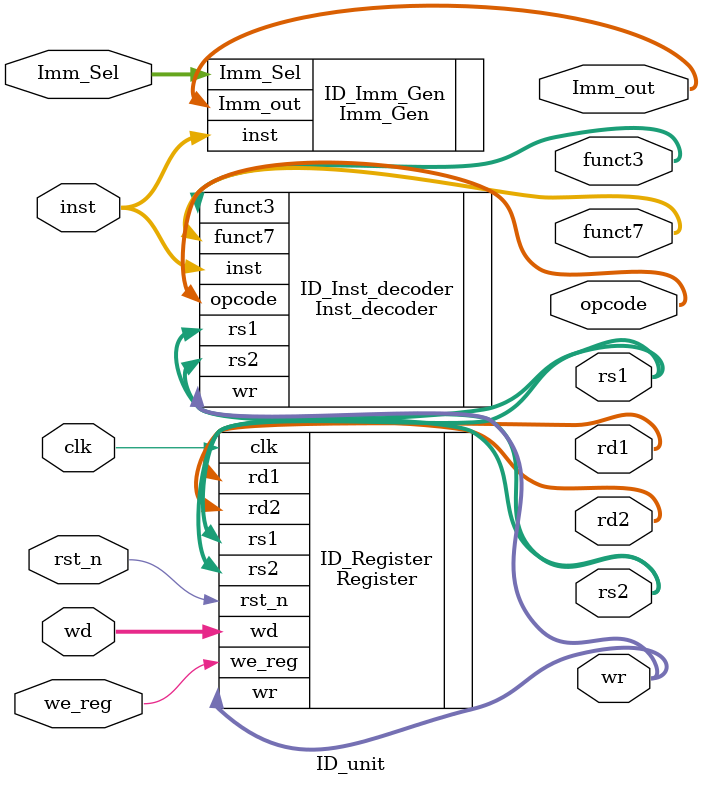
<source format=v>
`include "define.v"
module ID_unit(
    input   wire                clk,
    input   wire                rst_n,
    input   wire    [31:0]      inst,
    input   wire    [2:0]       Imm_Sel,
    input   wire                we_reg,
    input   wire    [31:0]      wd,
    output  wire    [31:0]      Imm_out,
    output  wire    [31:0]      rd1,
    output  wire    [31:0]      rd2,
    output  wire    [6:0]       opcode,
    output  wire    [4:0]       wr,
    output  wire    [2:0]       funct3,
    output  wire    [4:0]       rs1,
    output  wire    [4:0]       rs2,
    output  wire    [6:0]       funct7
);

    Imm_Gen ID_Imm_Gen(
        .inst(inst),
        .Imm_Sel(Imm_Sel),
        .Imm_out(Imm_out)
    );

    Inst_decoder ID_Inst_decoder(
        .inst(inst),
        .opcode(opcode),
        .wr(wr),          
        .funct3(funct3),  
        .rs1(rs1),        
        .rs2(rs2),        
        .funct7(funct7)
    );
    

    Register ID_Register(
        .clk(clk),
        .rst_n(rst_n),
        .we_reg(we_reg),
        .rs1(rs1),        
        .rs2(rs2),
        .wr(wr),
        .wd(wd),
        .rd1(rd1),
        .rd2(rd2)
    );

    



endmodule

</source>
